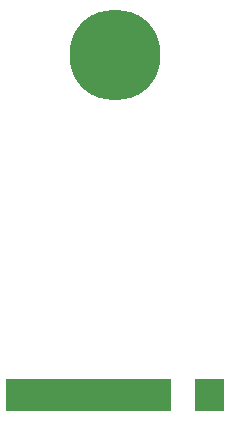
<source format=gbs>
G75*
%MOIN*%
%OFA0B0*%
%FSLAX25Y25*%
%IPPOS*%
%LPD*%
%AMOC8*
5,1,8,0,0,1.08239X$1,22.5*
%
%ADD10R,0.02178X0.10643*%
%ADD11C,0.30328*%
D10*
X0009348Y0006321D03*
X0011316Y0006321D03*
X0013285Y0006321D03*
X0015253Y0006321D03*
X0017222Y0006321D03*
X0019190Y0006321D03*
X0021159Y0006321D03*
X0023127Y0006321D03*
X0025096Y0006321D03*
X0027064Y0006321D03*
X0029033Y0006321D03*
X0031001Y0006321D03*
X0032970Y0006321D03*
X0034938Y0006321D03*
X0036907Y0006321D03*
X0038875Y0006321D03*
X0040844Y0006321D03*
X0042812Y0006321D03*
X0044781Y0006321D03*
X0046749Y0006321D03*
X0048718Y0006321D03*
X0050686Y0006321D03*
X0052655Y0006321D03*
X0054623Y0006321D03*
X0056592Y0006321D03*
X0058560Y0006321D03*
X0060529Y0006321D03*
X0062497Y0006321D03*
X0072340Y0006321D03*
X0074308Y0006321D03*
X0076277Y0006321D03*
X0078245Y0006321D03*
X0080214Y0006321D03*
D11*
X0044781Y0119510D03*
M02*

</source>
